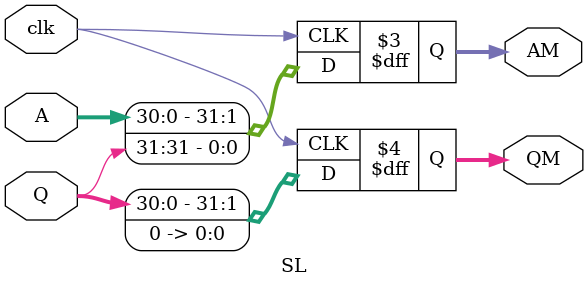
<source format=sv>
module SL(input logic clk,input logic [31:0]A,Q, output logic [31:0] AM,QM);
logic [63:0] conc;
always_ff@(posedge clk) 
begin
    conc = {A,Q};
    conc = conc<<1;
    QM = conc[31:0];
    AM = conc[63:32];
end
endmodule
</source>
